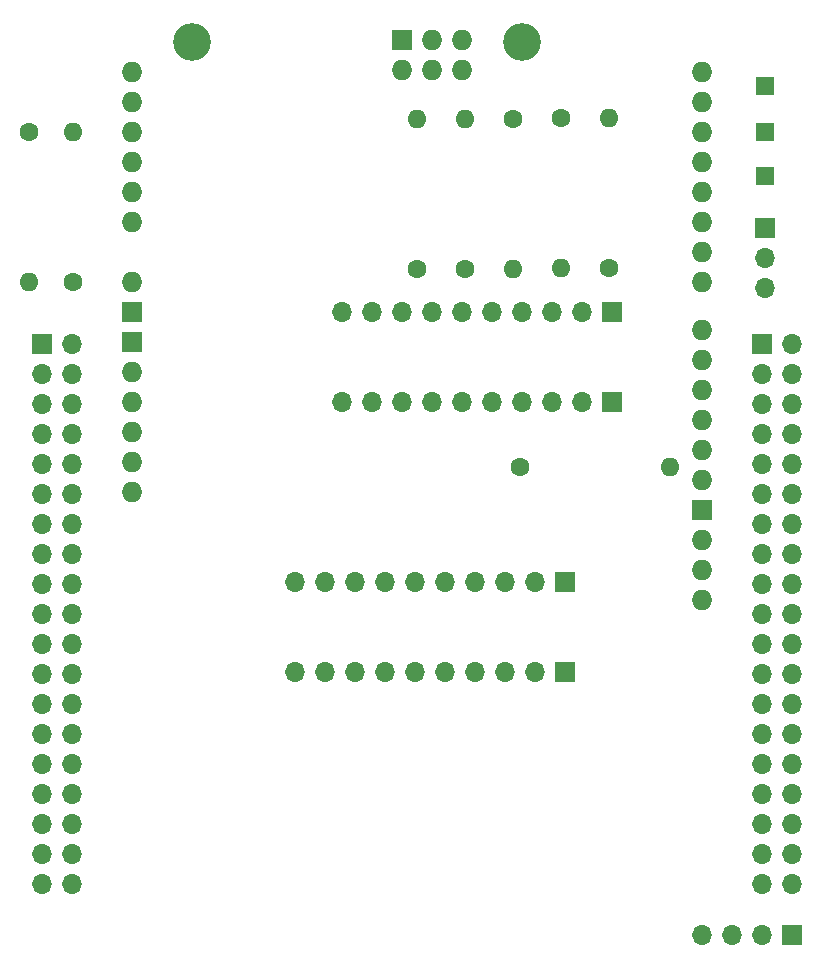
<source format=gbr>
%TF.GenerationSoftware,KiCad,Pcbnew,7.0.5*%
%TF.CreationDate,2024-01-09T20:43:35+09:00*%
%TF.ProjectId,Arduino_CQbrushless,41726475-696e-46f5-9f43-516272757368,rev?*%
%TF.SameCoordinates,Original*%
%TF.FileFunction,Soldermask,Bot*%
%TF.FilePolarity,Negative*%
%FSLAX46Y46*%
G04 Gerber Fmt 4.6, Leading zero omitted, Abs format (unit mm)*
G04 Created by KiCad (PCBNEW 7.0.5) date 2024-01-09 20:43:35*
%MOMM*%
%LPD*%
G01*
G04 APERTURE LIST*
%ADD10R,1.700000X1.700000*%
%ADD11O,1.700000X1.700000*%
%ADD12R,1.500000X1.500000*%
%ADD13O,1.727200X1.727200*%
%ADD14R,1.727200X1.727200*%
%ADD15C,3.200000*%
%ADD16C,1.600000*%
%ADD17O,1.600000X1.600000*%
G04 APERTURE END LIST*
D10*
%TO.C,J4*%
X146050000Y-100330000D03*
D11*
X146050000Y-102870000D03*
X146050000Y-105410000D03*
%TD*%
D12*
%TO.C,REF\u002A\u002A*%
X146050000Y-95885000D03*
%TD*%
%TO.C,REF\u002A\u002A*%
X146050000Y-92202000D03*
%TD*%
%TO.C,REF\u002A\u002A*%
X146050000Y-88265000D03*
%TD*%
D13*
%TO.C,A1*%
X92405200Y-104851200D03*
X140665200Y-129235200D03*
X140665200Y-131775200D03*
X117805200Y-86944200D03*
X115265200Y-86944200D03*
X92405200Y-117551200D03*
X117805200Y-84404200D03*
X120345200Y-86944200D03*
X92405200Y-120091200D03*
D14*
X115265200Y-84404200D03*
X92405200Y-107391200D03*
X92405200Y-109931200D03*
X140665200Y-124155200D03*
D13*
X140665200Y-121615200D03*
X140665200Y-119075200D03*
X140665200Y-116535200D03*
X140665200Y-113995200D03*
X140665200Y-111455200D03*
X140665200Y-108915200D03*
X140665200Y-104851200D03*
X140665200Y-102311200D03*
X140665200Y-99771200D03*
X140665200Y-97231200D03*
X140665200Y-94691200D03*
X140665200Y-92151200D03*
X140665200Y-89611200D03*
X140665200Y-87071200D03*
X92405200Y-122631200D03*
X140665200Y-126695200D03*
X92405200Y-87071200D03*
X92405200Y-89611200D03*
X92405200Y-92151200D03*
X92405200Y-94691200D03*
X92405200Y-97231200D03*
X92405200Y-99771200D03*
X120345200Y-84404200D03*
X92405200Y-112471200D03*
X92405200Y-115011200D03*
D15*
X125425200Y-84531200D03*
X97485200Y-84531200D03*
%TD*%
D16*
%TO.C,R8*%
X83718400Y-92151200D03*
D17*
X83718400Y-104851200D03*
%TD*%
%TO.C,R7*%
X87477600Y-92151200D03*
D16*
X87477600Y-104851200D03*
%TD*%
%TO.C,R6*%
X116535200Y-103733600D03*
D17*
X116535200Y-91033600D03*
%TD*%
D16*
%TO.C,R5*%
X120599200Y-103733600D03*
D17*
X120599200Y-91033600D03*
%TD*%
D16*
%TO.C,R4*%
X132791200Y-103708200D03*
D17*
X132791200Y-91008200D03*
%TD*%
D16*
%TO.C,R3*%
X124663200Y-91033600D03*
D17*
X124663200Y-103733600D03*
%TD*%
%TO.C,R2*%
X138023600Y-120497600D03*
D16*
X125323600Y-120497600D03*
%TD*%
%TO.C,R1*%
X128727200Y-91008200D03*
D17*
X128727200Y-103708200D03*
%TD*%
D10*
%TO.C,J6*%
X148326000Y-160147000D03*
D11*
X145786000Y-160147000D03*
X143246000Y-160147000D03*
X140706000Y-160147000D03*
%TD*%
D10*
%TO.C,J3*%
X129108200Y-130251200D03*
D11*
X126568200Y-130251200D03*
X124028200Y-130251200D03*
X121488200Y-130251200D03*
X118948200Y-130251200D03*
X116408200Y-130251200D03*
X113868200Y-130251200D03*
X111328200Y-130251200D03*
X108788200Y-130251200D03*
X106248200Y-130251200D03*
X106248200Y-137871200D03*
X108788200Y-137871200D03*
X111328200Y-137871200D03*
X113868200Y-137871200D03*
X116408200Y-137871200D03*
X118948200Y-137871200D03*
X121488200Y-137871200D03*
X124028200Y-137871200D03*
X126568200Y-137871200D03*
D10*
X129108200Y-137871200D03*
%TD*%
%TO.C,J2*%
X133045200Y-107391200D03*
D11*
X130505200Y-107391200D03*
X127965200Y-107391200D03*
X125425200Y-107391200D03*
X122885200Y-107391200D03*
X120345200Y-107391200D03*
X117805200Y-107391200D03*
X115265200Y-107391200D03*
X112725200Y-107391200D03*
X110185200Y-107391200D03*
X110185200Y-115011200D03*
X112725200Y-115011200D03*
X115265200Y-115011200D03*
X117805200Y-115011200D03*
X120345200Y-115011200D03*
X122885200Y-115011200D03*
X125425200Y-115011200D03*
X127965200Y-115011200D03*
X130505200Y-115011200D03*
D10*
X133045200Y-115011200D03*
%TD*%
%TO.C,J1*%
X84826000Y-110109000D03*
D11*
X87366000Y-110109000D03*
X84826000Y-112649000D03*
X87366000Y-112649000D03*
X84826000Y-115189000D03*
X87366000Y-115189000D03*
X84826000Y-117729000D03*
X87366000Y-117729000D03*
X84826000Y-120269000D03*
X87366000Y-120269000D03*
X84826000Y-122809000D03*
X87366000Y-122809000D03*
X84826000Y-125349000D03*
X87366000Y-125349000D03*
X84826000Y-127889000D03*
X87366000Y-127889000D03*
X84826000Y-130429000D03*
X87366000Y-130429000D03*
X84826000Y-132969000D03*
X87366000Y-132969000D03*
X84826000Y-135509000D03*
X87366000Y-135509000D03*
X84826000Y-138049000D03*
X87366000Y-138049000D03*
X84826000Y-140589000D03*
X87366000Y-140589000D03*
X84826000Y-143129000D03*
X87366000Y-143129000D03*
X84826000Y-145669000D03*
X87366000Y-145669000D03*
X84826000Y-148209000D03*
X87366000Y-148209000D03*
X84826000Y-150749000D03*
X87366000Y-150749000D03*
X84826000Y-153289000D03*
X87366000Y-153289000D03*
X84826000Y-155829000D03*
X87366000Y-155829000D03*
D10*
X145786000Y-110109000D03*
D11*
X148326000Y-110109000D03*
X145786000Y-112649000D03*
X148326000Y-112649000D03*
X145786000Y-115189000D03*
X148326000Y-115189000D03*
X145786000Y-117729000D03*
X148326000Y-117729000D03*
X145786000Y-120269000D03*
X148326000Y-120269000D03*
X145786000Y-122809000D03*
X148326000Y-122809000D03*
X145786000Y-125349000D03*
X148326000Y-125349000D03*
X145786000Y-127889000D03*
X148326000Y-127889000D03*
X145786000Y-130429000D03*
X148326000Y-130429000D03*
X145786000Y-132969000D03*
X148326000Y-132969000D03*
X145786000Y-135509000D03*
X148326000Y-135509000D03*
X145786000Y-138049000D03*
X148326000Y-138049000D03*
X145786000Y-140589000D03*
X148326000Y-140589000D03*
X145786000Y-143129000D03*
X148326000Y-143129000D03*
X145786000Y-145669000D03*
X148326000Y-145669000D03*
X145786000Y-148209000D03*
X148326000Y-148209000D03*
X145786000Y-150749000D03*
X148326000Y-150749000D03*
X145786000Y-153289000D03*
X148326000Y-153289000D03*
X145786000Y-155829000D03*
X148326000Y-155829000D03*
%TD*%
M02*

</source>
